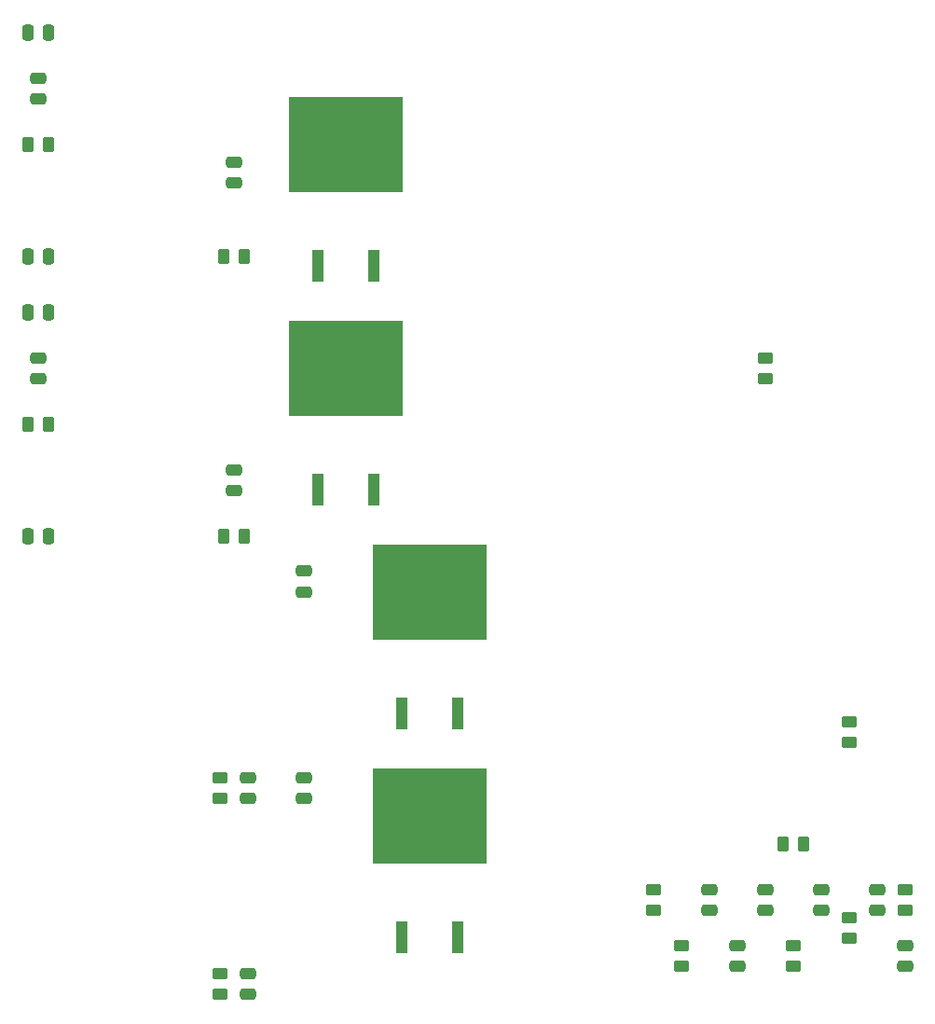
<source format=gtp>
%TF.GenerationSoftware,KiCad,Pcbnew,(6.0.1)*%
%TF.CreationDate,2022-02-23T20:13:36+01:00*%
%TF.ProjectId,PSU,5053552e-6b69-4636-9164-5f7063625858,rev?*%
%TF.SameCoordinates,Original*%
%TF.FileFunction,Paste,Top*%
%TF.FilePolarity,Positive*%
%FSLAX46Y46*%
G04 Gerber Fmt 4.6, Leading zero omitted, Abs format (unit mm)*
G04 Created by KiCad (PCBNEW (6.0.1)) date 2022-02-23 20:13:36*
%MOMM*%
%LPD*%
G01*
G04 APERTURE LIST*
G04 Aperture macros list*
%AMRoundRect*
0 Rectangle with rounded corners*
0 $1 Rounding radius*
0 $2 $3 $4 $5 $6 $7 $8 $9 X,Y pos of 4 corners*
0 Add a 4 corners polygon primitive as box body*
4,1,4,$2,$3,$4,$5,$6,$7,$8,$9,$2,$3,0*
0 Add four circle primitives for the rounded corners*
1,1,$1+$1,$2,$3*
1,1,$1+$1,$4,$5*
1,1,$1+$1,$6,$7*
1,1,$1+$1,$8,$9*
0 Add four rect primitives between the rounded corners*
20,1,$1+$1,$2,$3,$4,$5,0*
20,1,$1+$1,$4,$5,$6,$7,0*
20,1,$1+$1,$6,$7,$8,$9,0*
20,1,$1+$1,$8,$9,$2,$3,0*%
G04 Aperture macros list end*
%ADD10RoundRect,0.250000X0.475000X-0.250000X0.475000X0.250000X-0.475000X0.250000X-0.475000X-0.250000X0*%
%ADD11RoundRect,0.250000X-0.475000X0.250000X-0.475000X-0.250000X0.475000X-0.250000X0.475000X0.250000X0*%
%ADD12RoundRect,0.250000X0.450000X-0.262500X0.450000X0.262500X-0.450000X0.262500X-0.450000X-0.262500X0*%
%ADD13R,0.990600X2.997200*%
%ADD14R,10.337800X8.712200*%
%ADD15RoundRect,0.250000X-0.250000X-0.475000X0.250000X-0.475000X0.250000X0.475000X-0.250000X0.475000X0*%
%ADD16RoundRect,0.250000X0.262500X0.450000X-0.262500X0.450000X-0.262500X-0.450000X0.262500X-0.450000X0*%
%ADD17RoundRect,0.250000X-0.450000X0.262500X-0.450000X-0.262500X0.450000X-0.262500X0.450000X0.262500X0*%
%ADD18RoundRect,0.250000X-0.262500X-0.450000X0.262500X-0.450000X0.262500X0.450000X-0.262500X0.450000X0*%
G04 APERTURE END LIST*
D10*
%TO.C,C5*%
X41910000Y-86360000D03*
X41910000Y-84460000D03*
%TD*%
D11*
%TO.C,C15*%
X93980000Y-113350000D03*
X93980000Y-115250000D03*
%TD*%
D12*
%TO.C,R11*%
X34290000Y-122832500D03*
X34290000Y-121007500D03*
%TD*%
D11*
%TO.C,C25*%
X36830000Y-120970000D03*
X36830000Y-122870000D03*
%TD*%
D12*
%TO.C,R5*%
X34290000Y-105052500D03*
X34290000Y-103227500D03*
%TD*%
D13*
%TO.C,U4*%
X50800000Y-117690900D03*
X55880000Y-117690900D03*
D14*
X53340000Y-106680000D03*
%TD*%
D11*
%TO.C,C12*%
X36830000Y-103190000D03*
X36830000Y-105090000D03*
%TD*%
D15*
%TO.C,C24*%
X16830000Y-60960000D03*
X18730000Y-60960000D03*
%TD*%
D12*
%TO.C,R1*%
X73660000Y-115212500D03*
X73660000Y-113387500D03*
%TD*%
D10*
%TO.C,C17*%
X96520000Y-120330000D03*
X96520000Y-118430000D03*
%TD*%
D13*
%TO.C,U5*%
X43180000Y-77050900D03*
X48260000Y-77050900D03*
D14*
X45720000Y-66040000D03*
%TD*%
D15*
%TO.C,C11*%
X16830000Y-35560000D03*
X18730000Y-35560000D03*
%TD*%
D11*
%TO.C,C7*%
X35560000Y-47310000D03*
X35560000Y-49210000D03*
%TD*%
%TO.C,C20*%
X35560000Y-75250000D03*
X35560000Y-77150000D03*
%TD*%
D16*
%TO.C,R6*%
X18692500Y-45720000D03*
X16867500Y-45720000D03*
%TD*%
D17*
%TO.C,R8*%
X91440000Y-115927500D03*
X91440000Y-117752500D03*
%TD*%
D16*
%TO.C,R12*%
X18692500Y-71120000D03*
X16867500Y-71120000D03*
%TD*%
D10*
%TO.C,C14*%
X81280000Y-120330000D03*
X81280000Y-118430000D03*
%TD*%
D17*
%TO.C,R9*%
X96520000Y-113387500D03*
X96520000Y-115212500D03*
%TD*%
D10*
%TO.C,C26*%
X17780000Y-66990000D03*
X17780000Y-65090000D03*
%TD*%
D11*
%TO.C,C4*%
X88900000Y-113350000D03*
X88900000Y-115250000D03*
%TD*%
D12*
%TO.C,R14*%
X83820000Y-66952500D03*
X83820000Y-65127500D03*
%TD*%
D15*
%TO.C,C19*%
X16830000Y-81280000D03*
X18730000Y-81280000D03*
%TD*%
D13*
%TO.C,U2*%
X43180000Y-56730900D03*
X48260000Y-56730900D03*
D14*
X45720000Y-45720000D03*
%TD*%
D16*
%TO.C,R10*%
X36472500Y-81280000D03*
X34647500Y-81280000D03*
%TD*%
D12*
%TO.C,R13*%
X91440000Y-99972500D03*
X91440000Y-98147500D03*
%TD*%
D15*
%TO.C,C6*%
X16830000Y-55880000D03*
X18730000Y-55880000D03*
%TD*%
D11*
%TO.C,C2*%
X83820000Y-113350000D03*
X83820000Y-115250000D03*
%TD*%
D10*
%TO.C,C13*%
X17780000Y-41590000D03*
X17780000Y-39690000D03*
%TD*%
D13*
%TO.C,U1*%
X50800000Y-97370900D03*
X55880000Y-97370900D03*
D14*
X53340000Y-86360000D03*
%TD*%
D12*
%TO.C,R2*%
X76200000Y-120292500D03*
X76200000Y-118467500D03*
%TD*%
D18*
%TO.C,R3*%
X85447500Y-109220000D03*
X87272500Y-109220000D03*
%TD*%
D10*
%TO.C,C18*%
X41910000Y-105090000D03*
X41910000Y-103190000D03*
%TD*%
D16*
%TO.C,R4*%
X36472500Y-55880000D03*
X34647500Y-55880000D03*
%TD*%
D17*
%TO.C,R7*%
X86360000Y-118467500D03*
X86360000Y-120292500D03*
%TD*%
D11*
%TO.C,C1*%
X78740000Y-113350000D03*
X78740000Y-115250000D03*
%TD*%
M02*

</source>
